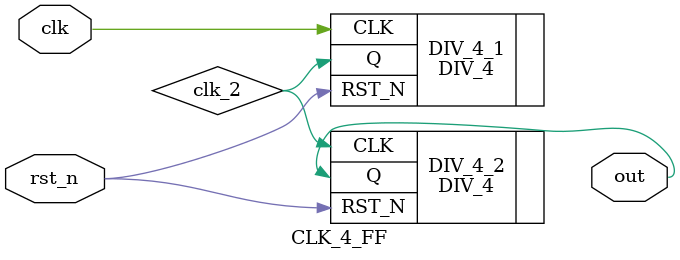
<source format=v>
module CLK_4_FF (
	input clk,
	input rst_n,  
	output out
);

	wire clk_2;

	DIV_4 DIV_4_1 (
		.CLK(clk),
		.RST_N(rst_n),
		.Q(clk_2)
	);

	DIV_4 DIV_4_2 (
		.CLK(clk_2),
		.RST_N(rst_n),
		.Q(out)
	);


endmodule
</source>
